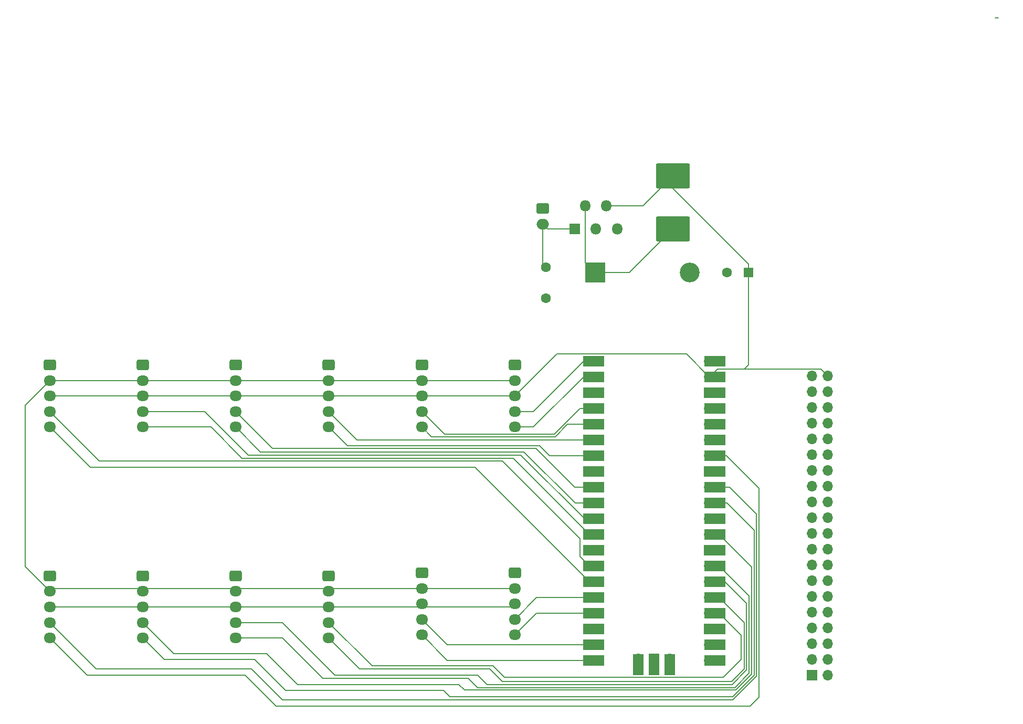
<source format=gbr>
%TF.GenerationSoftware,KiCad,Pcbnew,8.0.8-8.0.8-0~ubuntu24.04.1*%
%TF.CreationDate,2025-05-21T16:34:38-05:00*%
%TF.ProjectId,wasabi,77617361-6269-42e6-9b69-6361645f7063,rev?*%
%TF.SameCoordinates,Original*%
%TF.FileFunction,Copper,L1,Top*%
%TF.FilePolarity,Positive*%
%FSLAX46Y46*%
G04 Gerber Fmt 4.6, Leading zero omitted, Abs format (unit mm)*
G04 Created by KiCad (PCBNEW 8.0.8-8.0.8-0~ubuntu24.04.1) date 2025-05-21 16:34:38*
%MOMM*%
%LPD*%
G01*
G04 APERTURE LIST*
G04 Aperture macros list*
%AMRoundRect*
0 Rectangle with rounded corners*
0 $1 Rounding radius*
0 $2 $3 $4 $5 $6 $7 $8 $9 X,Y pos of 4 corners*
0 Add a 4 corners polygon primitive as box body*
4,1,4,$2,$3,$4,$5,$6,$7,$8,$9,$2,$3,0*
0 Add four circle primitives for the rounded corners*
1,1,$1+$1,$2,$3*
1,1,$1+$1,$4,$5*
1,1,$1+$1,$6,$7*
1,1,$1+$1,$8,$9*
0 Add four rect primitives between the rounded corners*
20,1,$1+$1,$2,$3,$4,$5,0*
20,1,$1+$1,$4,$5,$6,$7,0*
20,1,$1+$1,$6,$7,$8,$9,0*
20,1,$1+$1,$8,$9,$2,$3,0*%
G04 Aperture macros list end*
%TA.AperFunction,ComponentPad*%
%ADD10R,1.700000X1.700000*%
%TD*%
%TA.AperFunction,ComponentPad*%
%ADD11O,1.700000X1.700000*%
%TD*%
%TA.AperFunction,ComponentPad*%
%ADD12RoundRect,0.250000X-0.725000X0.600000X-0.725000X-0.600000X0.725000X-0.600000X0.725000X0.600000X0*%
%TD*%
%TA.AperFunction,ComponentPad*%
%ADD13O,1.950000X1.700000*%
%TD*%
%TA.AperFunction,SMDPad,CuDef*%
%ADD14R,3.500000X1.700000*%
%TD*%
%TA.AperFunction,SMDPad,CuDef*%
%ADD15R,1.700000X3.500000*%
%TD*%
%TA.AperFunction,ComponentPad*%
%ADD16R,1.600000X1.600000*%
%TD*%
%TA.AperFunction,ComponentPad*%
%ADD17C,1.600000*%
%TD*%
%TA.AperFunction,ComponentPad*%
%ADD18R,1.800000X1.800000*%
%TD*%
%TA.AperFunction,ComponentPad*%
%ADD19O,1.800000X1.800000*%
%TD*%
%TA.AperFunction,SMDPad,CuDef*%
%ADD20RoundRect,0.250000X2.500000X-1.750000X2.500000X1.750000X-2.500000X1.750000X-2.500000X-1.750000X0*%
%TD*%
%TA.AperFunction,ComponentPad*%
%ADD21R,3.200000X3.200000*%
%TD*%
%TA.AperFunction,ComponentPad*%
%ADD22O,3.200000X3.200000*%
%TD*%
%TA.AperFunction,ComponentPad*%
%ADD23RoundRect,0.250000X-0.750000X0.600000X-0.750000X-0.600000X0.750000X-0.600000X0.750000X0.600000X0*%
%TD*%
%TA.AperFunction,ComponentPad*%
%ADD24O,2.000000X1.700000*%
%TD*%
%TA.AperFunction,Conductor*%
%ADD25C,0.200000*%
%TD*%
G04 APERTURE END LIST*
D10*
%TO.P,J2,1,3.3V*%
%TO.N,unconnected-(J2-3.3V-Pad1)*%
X212960000Y-139500000D03*
D11*
%TO.P,J2,2,5V*%
%TO.N,unconnected-(J2-5V-Pad2)*%
X215500000Y-139500000D03*
%TO.P,J2,3,GPIO2*%
%TO.N,unconnected-(J2-GPIO2-Pad3)*%
X212960000Y-136960000D03*
%TO.P,J2,4,5V*%
%TO.N,+5V*%
X215500000Y-136960000D03*
%TO.P,J2,5,GPIO3*%
%TO.N,unconnected-(J2-GPIO3-Pad5)*%
X212960000Y-134420000D03*
%TO.P,J2,6,GND*%
%TO.N,GND*%
X215500000Y-134420000D03*
%TO.P,J2,7,GPIO4*%
%TO.N,unconnected-(J2-GPIO4-Pad7)*%
X212960000Y-131880000D03*
%TO.P,J2,8,GPIO14*%
%TO.N,Net-(J2-GPIO14)*%
X215500000Y-131880000D03*
%TO.P,J2,9,GND*%
%TO.N,unconnected-(J2-GND-Pad9)*%
X212960000Y-129340000D03*
%TO.P,J2,10,GPIO15*%
%TO.N,Net-(J2-GPIO15)*%
X215500000Y-129340000D03*
%TO.P,J2,11,GPIO17*%
%TO.N,unconnected-(J2-GPIO17-Pad11)*%
X212960000Y-126800000D03*
%TO.P,J2,12,GPIO18*%
%TO.N,unconnected-(J2-GPIO18-Pad12)*%
X215500000Y-126800000D03*
%TO.P,J2,13,GPIO27*%
%TO.N,unconnected-(J2-GPIO27-Pad13)*%
X212960000Y-124260000D03*
%TO.P,J2,14,GND*%
%TO.N,unconnected-(J2-GND-Pad14)*%
X215500000Y-124260000D03*
%TO.P,J2,15,GPIO22*%
%TO.N,unconnected-(J2-GPIO22-Pad15)*%
X212960000Y-121720000D03*
%TO.P,J2,16,GPIO23*%
%TO.N,unconnected-(J2-GPIO23-Pad16)*%
X215500000Y-121720000D03*
%TO.P,J2,17,3.3V*%
%TO.N,unconnected-(J2-3.3V-Pad17)*%
X212960000Y-119180000D03*
%TO.P,J2,18,GPIO24*%
%TO.N,unconnected-(J2-GPIO24-Pad18)*%
X215500000Y-119180000D03*
%TO.P,J2,19,GPIO10*%
%TO.N,unconnected-(J2-GPIO10-Pad19)*%
X212960000Y-116640000D03*
%TO.P,J2,20,GND*%
%TO.N,unconnected-(J2-GND-Pad20)*%
X215500000Y-116640000D03*
%TO.P,J2,21,GPIO9*%
%TO.N,unconnected-(J2-GPIO9-Pad21)*%
X212960000Y-114100000D03*
%TO.P,J2,22,GPIO25*%
%TO.N,unconnected-(J2-GPIO25-Pad22)*%
X215500000Y-114100000D03*
%TO.P,J2,23,GPIO11*%
%TO.N,unconnected-(J2-GPIO11-Pad23)*%
X212960000Y-111560000D03*
%TO.P,J2,24,GPIO8*%
%TO.N,unconnected-(J2-GPIO8-Pad24)*%
X215500000Y-111560000D03*
%TO.P,J2,25,GND*%
%TO.N,unconnected-(J2-GND-Pad25)*%
X212960000Y-109020000D03*
%TO.P,J2,26,GPIO7*%
%TO.N,unconnected-(J2-GPIO7-Pad26)*%
X215500000Y-109020000D03*
%TO.P,J2,27,ID_SD*%
%TO.N,unconnected-(J2-ID_SD-Pad27)*%
X212960000Y-106480000D03*
%TO.P,J2,28,ID_SC*%
%TO.N,unconnected-(J2-ID_SC-Pad28)*%
X215500000Y-106480000D03*
%TO.P,J2,29,GPIO5*%
%TO.N,unconnected-(J2-GPIO5-Pad29)*%
X212960000Y-103940000D03*
%TO.P,J2,30,GND*%
%TO.N,unconnected-(J2-GND-Pad30)*%
X215500000Y-103940000D03*
%TO.P,J2,31,GPIO6*%
%TO.N,unconnected-(J2-GPIO6-Pad31)*%
X212960000Y-101400000D03*
%TO.P,J2,32,GPIO12*%
%TO.N,unconnected-(J2-GPIO12-Pad32)*%
X215500000Y-101400000D03*
%TO.P,J2,33,GPIO13*%
%TO.N,unconnected-(J2-GPIO13-Pad33)*%
X212960000Y-98860000D03*
%TO.P,J2,34,GND*%
%TO.N,unconnected-(J2-GND-Pad34)*%
X215500000Y-98860000D03*
%TO.P,J2,35,GPIO19*%
%TO.N,unconnected-(J2-GPIO19-Pad35)*%
X212960000Y-96320000D03*
%TO.P,J2,36,GPIO16*%
%TO.N,unconnected-(J2-GPIO16-Pad36)*%
X215500000Y-96320000D03*
%TO.P,J2,37,GPIO26*%
%TO.N,unconnected-(J2-GPIO26-Pad37)*%
X212960000Y-93780000D03*
%TO.P,J2,38,GPIO20*%
%TO.N,unconnected-(J2-GPIO20-Pad38)*%
X215500000Y-93780000D03*
%TO.P,J2,39,GND*%
%TO.N,unconnected-(J2-GND-Pad39)*%
X212960000Y-91240000D03*
%TO.P,J2,40,GPIO21*%
%TO.N,unconnected-(J2-GPIO21-Pad40)*%
X215500000Y-91240000D03*
%TD*%
D12*
%TO.P,J12,1,Pin_1*%
%TO.N,GND*%
X135000000Y-123500000D03*
D13*
%TO.P,J12,2,Pin_2*%
%TO.N,+24V*%
X135000000Y-126000000D03*
%TO.P,J12,3,Pin_3*%
%TO.N,+5V*%
X135000000Y-128500000D03*
%TO.P,J12,4,Pin_4*%
%TO.N,Net-(J12-Pin_4)*%
X135000000Y-131000000D03*
%TO.P,J12,5,Pin_5*%
%TO.N,Net-(J12-Pin_5)*%
X135000000Y-133500000D03*
%TD*%
D12*
%TO.P,J5,1,Pin_1*%
%TO.N,GND*%
X135000000Y-89500000D03*
D13*
%TO.P,J5,2,Pin_2*%
%TO.N,+24V*%
X135000000Y-92000000D03*
%TO.P,J5,3,Pin_3*%
%TO.N,+5V*%
X135000000Y-94500000D03*
%TO.P,J5,4,Pin_4*%
%TO.N,Net-(J5-Pin_4)*%
X135000000Y-97000000D03*
%TO.P,J5,5,Pin_5*%
%TO.N,Net-(J5-Pin_5)*%
X135000000Y-99500000D03*
%TD*%
D11*
%TO.P,U2,1,GPIO0*%
%TO.N,Net-(J4-Pin_4)*%
X178610000Y-88870000D03*
D14*
X177710000Y-88870000D03*
D11*
%TO.P,U2,2,GPIO1*%
%TO.N,Net-(J4-Pin_5)*%
X178610000Y-91410000D03*
D14*
X177710000Y-91410000D03*
D10*
%TO.P,U2,3,GND*%
%TO.N,unconnected-(U2-GND-Pad3)*%
X178610000Y-93950000D03*
D14*
X177710000Y-93950000D03*
D11*
%TO.P,U2,4,GPIO2*%
%TO.N,Net-(J3-Pin_4)*%
X178610000Y-96490000D03*
D14*
X177710000Y-96490000D03*
D11*
%TO.P,U2,5,GPIO3*%
%TO.N,Net-(J3-Pin_5)*%
X178610000Y-99030000D03*
D14*
X177710000Y-99030000D03*
D11*
%TO.P,U2,6,GPIO4*%
%TO.N,Net-(J5-Pin_4)*%
X178610000Y-101570000D03*
D14*
X177710000Y-101570000D03*
D11*
%TO.P,U2,7,GPIO5*%
%TO.N,Net-(J5-Pin_5)*%
X178610000Y-104110000D03*
D14*
X177710000Y-104110000D03*
D10*
%TO.P,U2,8,GND*%
%TO.N,unconnected-(U2-GND-Pad8)*%
X178610000Y-106650000D03*
D14*
X177710000Y-106650000D03*
D11*
%TO.P,U2,9,GPIO6*%
%TO.N,Net-(J6-Pin_4)*%
X178610000Y-109190000D03*
D14*
X177710000Y-109190000D03*
D11*
%TO.P,U2,10,GPIO7*%
%TO.N,Net-(J6-Pin_5)*%
X178610000Y-111730000D03*
D14*
X177710000Y-111730000D03*
D11*
%TO.P,U2,11,GPIO8*%
%TO.N,Net-(J7-Pin_4)*%
X178610000Y-114270000D03*
D14*
X177710000Y-114270000D03*
D11*
%TO.P,U2,12,GPIO9*%
%TO.N,Net-(J7-Pin_5)*%
X178610000Y-116810000D03*
D14*
X177710000Y-116810000D03*
D10*
%TO.P,U2,13,GND*%
%TO.N,unconnected-(U2-GND-Pad13)*%
X178610000Y-119350000D03*
D14*
X177710000Y-119350000D03*
D11*
%TO.P,U2,14,GPIO10*%
%TO.N,Net-(J8-Pin_4)*%
X178610000Y-121890000D03*
D14*
X177710000Y-121890000D03*
D11*
%TO.P,U2,15,GPIO11*%
%TO.N,Net-(J8-Pin_5)*%
X178610000Y-124430000D03*
D14*
X177710000Y-124430000D03*
D11*
%TO.P,U2,16,GPIO12*%
%TO.N,Net-(J14-Pin_4)*%
X178610000Y-126970000D03*
D14*
X177710000Y-126970000D03*
D11*
%TO.P,U2,17,GPIO13*%
%TO.N,Net-(J14-Pin_5)*%
X178610000Y-129510000D03*
D14*
X177710000Y-129510000D03*
D10*
%TO.P,U2,18,GND*%
%TO.N,unconnected-(U2-GND-Pad18)*%
X178610000Y-132050000D03*
D14*
X177710000Y-132050000D03*
D11*
%TO.P,U2,19,GPIO14*%
%TO.N,Net-(J13-Pin_4)*%
X178610000Y-134590000D03*
D14*
X177710000Y-134590000D03*
D11*
%TO.P,U2,20,GPIO15*%
%TO.N,Net-(J13-Pin_5)*%
X178610000Y-137130000D03*
D14*
X177710000Y-137130000D03*
D11*
%TO.P,U2,21,GPIO16*%
%TO.N,Net-(J2-GPIO15)*%
X196390000Y-137130000D03*
D14*
X197290000Y-137130000D03*
D11*
%TO.P,U2,22,GPIO17*%
%TO.N,Net-(J2-GPIO14)*%
X196390000Y-134590000D03*
D14*
X197290000Y-134590000D03*
D10*
%TO.P,U2,23,GND*%
%TO.N,unconnected-(U2-GND-Pad23)*%
X196390000Y-132050000D03*
D14*
X197290000Y-132050000D03*
D11*
%TO.P,U2,24,GPIO18*%
%TO.N,Net-(J12-Pin_4)*%
X196390000Y-129510000D03*
D14*
X197290000Y-129510000D03*
D11*
%TO.P,U2,25,GPIO19*%
%TO.N,Net-(J12-Pin_5)*%
X196390000Y-126970000D03*
D14*
X197290000Y-126970000D03*
D11*
%TO.P,U2,26,GPIO20*%
%TO.N,Net-(J11-Pin_4)*%
X196390000Y-124430000D03*
D14*
X197290000Y-124430000D03*
D11*
%TO.P,U2,27,GPIO21*%
%TO.N,Net-(J11-Pin_5)*%
X196390000Y-121890000D03*
D14*
X197290000Y-121890000D03*
D10*
%TO.P,U2,28,GND*%
%TO.N,unconnected-(U2-GND-Pad28)*%
X196390000Y-119350000D03*
D14*
X197290000Y-119350000D03*
D11*
%TO.P,U2,29,GPIO22*%
%TO.N,Net-(J10-Pin_4)*%
X196390000Y-116810000D03*
D14*
X197290000Y-116810000D03*
D11*
%TO.P,U2,30,RUN*%
%TO.N,unconnected-(U2-RUN-Pad30)*%
X196390000Y-114270000D03*
D14*
X197290000Y-114270000D03*
D11*
%TO.P,U2,31,GPIO26_ADC0*%
%TO.N,Net-(J10-Pin_5)*%
X196390000Y-111730000D03*
D14*
X197290000Y-111730000D03*
D11*
%TO.P,U2,32,GPIO27_ADC1*%
%TO.N,Net-(J9-Pin_4)*%
X196390000Y-109190000D03*
D14*
X197290000Y-109190000D03*
D10*
%TO.P,U2,33,AGND*%
%TO.N,unconnected-(U2-AGND-Pad33)*%
X196390000Y-106650000D03*
D14*
X197290000Y-106650000D03*
D11*
%TO.P,U2,34,GPIO28_ADC2*%
%TO.N,Net-(J9-Pin_5)*%
X196390000Y-104110000D03*
D14*
X197290000Y-104110000D03*
D11*
%TO.P,U2,35,ADC_VREF*%
%TO.N,unconnected-(U2-ADC_VREF-Pad35)*%
X196390000Y-101570000D03*
D14*
X197290000Y-101570000D03*
D11*
%TO.P,U2,36,3V3*%
%TO.N,unconnected-(U2-3V3-Pad36)*%
X196390000Y-99030000D03*
D14*
X197290000Y-99030000D03*
D11*
%TO.P,U2,37,3V3_EN*%
%TO.N,unconnected-(U2-3V3_EN-Pad37)*%
X196390000Y-96490000D03*
D14*
X197290000Y-96490000D03*
D10*
%TO.P,U2,38,GND*%
%TO.N,GND*%
X196390000Y-93950000D03*
D14*
X197290000Y-93950000D03*
D11*
%TO.P,U2,39,VSYS*%
%TO.N,+5V*%
X196390000Y-91410000D03*
D14*
X197290000Y-91410000D03*
D11*
%TO.P,U2,40,VBUS*%
%TO.N,unconnected-(U2-VBUS-Pad40)*%
X196390000Y-88870000D03*
D14*
X197290000Y-88870000D03*
D11*
%TO.P,U2,41,SWCLK*%
%TO.N,unconnected-(U2-SWCLK-Pad41)*%
X184960000Y-136900000D03*
D15*
X184960000Y-137800000D03*
D10*
%TO.P,U2,42,GND*%
%TO.N,unconnected-(U2-GND-Pad42)*%
X187500000Y-136900000D03*
D15*
X187500000Y-137800000D03*
D11*
%TO.P,U2,43,SWDIO*%
%TO.N,unconnected-(U2-SWDIO-Pad43)*%
X190040000Y-136900000D03*
D15*
X190040000Y-137800000D03*
%TD*%
D16*
%TO.P,C2,1*%
%TO.N,+5V*%
X202700000Y-74550000D03*
D17*
%TO.P,C2,2*%
%TO.N,GND*%
X199200000Y-74550000D03*
%TD*%
D12*
%TO.P,J13,1,Pin_1*%
%TO.N,GND*%
X150000000Y-123000000D03*
D13*
%TO.P,J13,2,Pin_2*%
%TO.N,+24V*%
X150000000Y-125500000D03*
%TO.P,J13,3,Pin_3*%
%TO.N,+5V*%
X150000000Y-128000000D03*
%TO.P,J13,4,Pin_4*%
%TO.N,Net-(J13-Pin_4)*%
X150000000Y-130500000D03*
%TO.P,J13,5,Pin_5*%
%TO.N,Net-(J13-Pin_5)*%
X150000000Y-133000000D03*
%TD*%
D17*
%TO.P,C1,1*%
%TO.N,+24V*%
X170000000Y-73750000D03*
%TO.P,C1,2*%
%TO.N,GND*%
X170000000Y-78750000D03*
%TD*%
D12*
%TO.P,J3,1,Pin_1*%
%TO.N,GND*%
X150000000Y-89500000D03*
D13*
%TO.P,J3,2,Pin_2*%
%TO.N,+24V*%
X150000000Y-92000000D03*
%TO.P,J3,3,Pin_3*%
%TO.N,+5V*%
X150000000Y-94500000D03*
%TO.P,J3,4,Pin_4*%
%TO.N,Net-(J3-Pin_4)*%
X150000000Y-97000000D03*
%TO.P,J3,5,Pin_5*%
%TO.N,Net-(J3-Pin_5)*%
X150000000Y-99500000D03*
%TD*%
D12*
%TO.P,J8,1,Pin_1*%
%TO.N,GND*%
X90000000Y-89500000D03*
D13*
%TO.P,J8,2,Pin_2*%
%TO.N,+24V*%
X90000000Y-92000000D03*
%TO.P,J8,3,Pin_3*%
%TO.N,+5V*%
X90000000Y-94500000D03*
%TO.P,J8,4,Pin_4*%
%TO.N,Net-(J8-Pin_4)*%
X90000000Y-97000000D03*
%TO.P,J8,5,Pin_5*%
%TO.N,Net-(J8-Pin_5)*%
X90000000Y-99500000D03*
%TD*%
D18*
%TO.P,U1,1,VIN*%
%TO.N,+24V*%
X174700000Y-67550000D03*
D19*
%TO.P,U1,2,OUT*%
%TO.N,Net-(D1-K)*%
X176400000Y-63850000D03*
%TO.P,U1,3,GND*%
%TO.N,GND*%
X178100000Y-67550000D03*
%TO.P,U1,4,FB*%
%TO.N,+5V*%
X179800000Y-63850000D03*
%TO.P,U1,5,~{ON}/OFF*%
%TO.N,GND*%
X181500000Y-67550000D03*
%TD*%
D12*
%TO.P,J11,1,Pin_1*%
%TO.N,GND*%
X120000000Y-123500000D03*
D13*
%TO.P,J11,2,Pin_2*%
%TO.N,+24V*%
X120000000Y-126000000D03*
%TO.P,J11,3,Pin_3*%
%TO.N,+5V*%
X120000000Y-128500000D03*
%TO.P,J11,4,Pin_4*%
%TO.N,Net-(J11-Pin_4)*%
X120000000Y-131000000D03*
%TO.P,J11,5,Pin_5*%
%TO.N,Net-(J11-Pin_5)*%
X120000000Y-133500000D03*
%TD*%
D12*
%TO.P,J4,1,Pin_1*%
%TO.N,GND*%
X165000000Y-89500000D03*
D13*
%TO.P,J4,2,Pin_2*%
%TO.N,+24V*%
X165000000Y-92000000D03*
%TO.P,J4,3,Pin_3*%
%TO.N,+5V*%
X165000000Y-94500000D03*
%TO.P,J4,4,Pin_4*%
%TO.N,Net-(J4-Pin_4)*%
X165000000Y-97000000D03*
%TO.P,J4,5,Pin_5*%
%TO.N,Net-(J4-Pin_5)*%
X165000000Y-99500000D03*
%TD*%
D20*
%TO.P,L1,1,1*%
%TO.N,Net-(D1-K)*%
X190500000Y-67500000D03*
%TO.P,L1,2,2*%
%TO.N,+5V*%
X190500000Y-59000000D03*
%TD*%
D21*
%TO.P,D1,1,K*%
%TO.N,Net-(D1-K)*%
X177960000Y-74550000D03*
D22*
%TO.P,D1,2,A*%
%TO.N,GND*%
X193200000Y-74550000D03*
%TD*%
D12*
%TO.P,J6,1,Pin_1*%
%TO.N,GND*%
X120000000Y-89500000D03*
D13*
%TO.P,J6,2,Pin_2*%
%TO.N,+24V*%
X120000000Y-92000000D03*
%TO.P,J6,3,Pin_3*%
%TO.N,+5V*%
X120000000Y-94500000D03*
%TO.P,J6,4,Pin_4*%
%TO.N,Net-(J6-Pin_4)*%
X120000000Y-97000000D03*
%TO.P,J6,5,Pin_5*%
%TO.N,Net-(J6-Pin_5)*%
X120000000Y-99500000D03*
%TD*%
D12*
%TO.P,J9,1,Pin_1*%
%TO.N,GND*%
X90000000Y-123500000D03*
D13*
%TO.P,J9,2,Pin_2*%
%TO.N,+24V*%
X90000000Y-126000000D03*
%TO.P,J9,3,Pin_3*%
%TO.N,+5V*%
X90000000Y-128500000D03*
%TO.P,J9,4,Pin_4*%
%TO.N,Net-(J9-Pin_4)*%
X90000000Y-131000000D03*
%TO.P,J9,5,Pin_5*%
%TO.N,Net-(J9-Pin_5)*%
X90000000Y-133500000D03*
%TD*%
D12*
%TO.P,J10,1,Pin_1*%
%TO.N,GND*%
X105000000Y-123500000D03*
D13*
%TO.P,J10,2,Pin_2*%
%TO.N,+24V*%
X105000000Y-126000000D03*
%TO.P,J10,3,Pin_3*%
%TO.N,+5V*%
X105000000Y-128500000D03*
%TO.P,J10,4,Pin_4*%
%TO.N,Net-(J10-Pin_4)*%
X105000000Y-131000000D03*
%TO.P,J10,5,Pin_5*%
%TO.N,Net-(J10-Pin_5)*%
X105000000Y-133500000D03*
%TD*%
D23*
%TO.P,J1,1,Pin_1*%
%TO.N,GND*%
X169500000Y-64250000D03*
D24*
%TO.P,J1,2,Pin_2*%
%TO.N,+24V*%
X169500000Y-66750000D03*
%TD*%
D12*
%TO.P,J7,1,Pin_1*%
%TO.N,GND*%
X105000000Y-89500000D03*
D13*
%TO.P,J7,2,Pin_2*%
%TO.N,+24V*%
X105000000Y-92000000D03*
%TO.P,J7,3,Pin_3*%
%TO.N,+5V*%
X105000000Y-94500000D03*
%TO.P,J7,4,Pin_4*%
%TO.N,Net-(J7-Pin_4)*%
X105000000Y-97000000D03*
%TO.P,J7,5,Pin_5*%
%TO.N,Net-(J7-Pin_5)*%
X105000000Y-99500000D03*
%TD*%
D12*
%TO.P,J14,1,Pin_1*%
%TO.N,GND*%
X165000000Y-123000000D03*
D13*
%TO.P,J14,2,Pin_2*%
%TO.N,+24V*%
X165000000Y-125500000D03*
%TO.P,J14,3,Pin_3*%
%TO.N,+5V*%
X165000000Y-128000000D03*
%TO.P,J14,4,Pin_4*%
%TO.N,Net-(J14-Pin_4)*%
X165000000Y-130500000D03*
%TO.P,J14,5,Pin_5*%
%TO.N,Net-(J14-Pin_5)*%
X165000000Y-133000000D03*
%TD*%
D25*
%TO.N,+5V*%
X202700000Y-74550000D02*
X202700000Y-73200000D01*
X202700000Y-73200000D02*
X190500000Y-61000000D01*
X190500000Y-61000000D02*
X190500000Y-59000000D01*
%TO.N,*%
X242500000Y-33500000D02*
X243000000Y-33500000D01*
%TO.N,+24V*%
X169500000Y-73250000D02*
X170000000Y-73750000D01*
X90500000Y-125500000D02*
X90000000Y-126000000D01*
X90000000Y-92000000D02*
X165000000Y-92000000D01*
X170300000Y-67550000D02*
X169500000Y-66750000D01*
X165000000Y-125500000D02*
X90500000Y-125500000D01*
X90000000Y-126000000D02*
X86000000Y-122000000D01*
X86000000Y-96000000D02*
X90000000Y-92000000D01*
X174700000Y-67550000D02*
X170300000Y-67550000D01*
X169500000Y-66750000D02*
X169500000Y-73250000D01*
X86000000Y-122000000D02*
X86000000Y-96000000D01*
%TO.N,+5V*%
X171780000Y-87720000D02*
X165000000Y-94500000D01*
X196390000Y-91410000D02*
X197670000Y-90130000D01*
X202000000Y-90130000D02*
X214390000Y-90130000D01*
X192700000Y-87720000D02*
X171780000Y-87720000D01*
X90000000Y-128500000D02*
X164500000Y-128500000D01*
X196390000Y-91410000D02*
X192700000Y-87720000D01*
X165000000Y-94500000D02*
X90000000Y-94500000D01*
X185650000Y-63850000D02*
X190500000Y-59000000D01*
X164500000Y-128500000D02*
X165000000Y-128000000D01*
X179800000Y-63850000D02*
X185650000Y-63850000D01*
X197670000Y-90130000D02*
X202000000Y-90130000D01*
X202700000Y-74550000D02*
X202700000Y-89430000D01*
X214390000Y-90130000D02*
X215540000Y-91280000D01*
X202700000Y-89430000D02*
X202000000Y-90130000D01*
%TO.N,Net-(D1-K)*%
X183450000Y-74550000D02*
X190500000Y-67500000D01*
X176400000Y-63850000D02*
X176400000Y-72990000D01*
X177960000Y-74550000D02*
X183450000Y-74550000D01*
X176400000Y-72990000D02*
X177960000Y-74550000D01*
%TO.N,Net-(J14-Pin_5)*%
X168490000Y-129510000D02*
X178610000Y-129510000D01*
X165000000Y-133000000D02*
X168490000Y-129510000D01*
%TO.N,Net-(J14-Pin_4)*%
X168530000Y-126970000D02*
X165000000Y-130500000D01*
X178610000Y-126970000D02*
X168530000Y-126970000D01*
%TO.N,Net-(J12-Pin_5)*%
X163000000Y-140500000D02*
X161000000Y-138500000D01*
X140000000Y-138500000D02*
X135000000Y-133500000D01*
X202000000Y-138500000D02*
X200000000Y-140500000D01*
X200000000Y-140500000D02*
X163000000Y-140500000D01*
X202000000Y-131020000D02*
X202000000Y-138500000D01*
X197950000Y-126970000D02*
X202000000Y-131020000D01*
X161000000Y-138500000D02*
X140000000Y-138500000D01*
X196390000Y-126970000D02*
X197950000Y-126970000D01*
%TO.N,Net-(J11-Pin_5)*%
X202800000Y-126740000D02*
X202800000Y-139200000D01*
X197950000Y-121890000D02*
X202800000Y-126740000D01*
X202800000Y-139200000D02*
X200500000Y-141500000D01*
X127500000Y-133500000D02*
X120000000Y-133500000D01*
X134000000Y-140000000D02*
X127500000Y-133500000D01*
X157500000Y-140000000D02*
X134000000Y-140000000D01*
X196390000Y-121890000D02*
X197950000Y-121890000D01*
X200500000Y-141500000D02*
X159000000Y-141500000D01*
X159000000Y-141500000D02*
X157500000Y-140000000D01*
%TO.N,Net-(J10-Pin_4)*%
X156900000Y-141900000D02*
X200665686Y-141900000D01*
X105000000Y-131000000D02*
X110000000Y-136000000D01*
X197950000Y-116810000D02*
X196390000Y-116810000D01*
X203200000Y-139365686D02*
X203200000Y-122060000D01*
X156000000Y-141000000D02*
X156900000Y-141900000D01*
X203200000Y-122060000D02*
X197950000Y-116810000D01*
X110000000Y-136000000D02*
X125000000Y-136000000D01*
X130000000Y-141000000D02*
X156000000Y-141000000D01*
X125000000Y-136000000D02*
X130000000Y-141000000D01*
X200665686Y-141900000D02*
X203200000Y-139365686D01*
%TO.N,Net-(J12-Pin_4)*%
X201500000Y-137000000D02*
X201500000Y-133060000D01*
X198650000Y-139850000D02*
X201500000Y-137000000D01*
X197950000Y-129510000D02*
X196390000Y-129510000D01*
X135000000Y-131000000D02*
X142000000Y-138000000D01*
X142000000Y-138000000D02*
X161500000Y-138000000D01*
X201500000Y-133060000D02*
X197950000Y-129510000D01*
X163350000Y-139850000D02*
X198650000Y-139850000D01*
X161500000Y-138000000D02*
X163350000Y-139850000D01*
%TO.N,Net-(J13-Pin_4)*%
X150000000Y-130500000D02*
X154090000Y-134590000D01*
X154090000Y-134590000D02*
X178610000Y-134590000D01*
%TO.N,Net-(J10-Pin_5)*%
X153500000Y-142000000D02*
X154500000Y-143000000D01*
X105000000Y-133500000D02*
X108500000Y-137000000D01*
X200131372Y-143000000D02*
X203600000Y-139531372D01*
X123000000Y-137000000D02*
X128000000Y-142000000D01*
X108500000Y-137000000D02*
X123000000Y-137000000D01*
X154500000Y-143000000D02*
X200131372Y-143000000D01*
X203600000Y-139531372D02*
X203600000Y-116100000D01*
X203600000Y-116100000D02*
X199230000Y-111730000D01*
X128000000Y-142000000D02*
X153500000Y-142000000D01*
X199230000Y-111730000D02*
X196390000Y-111730000D01*
%TO.N,Net-(J13-Pin_5)*%
X150000000Y-133000000D02*
X154130000Y-137130000D01*
X154130000Y-137130000D02*
X178610000Y-137130000D01*
%TO.N,Net-(J11-Pin_4)*%
X160500000Y-141000000D02*
X200065686Y-141000000D01*
X136000000Y-139500000D02*
X159000000Y-139500000D01*
X159000000Y-139500000D02*
X160500000Y-141000000D01*
X120000000Y-131000000D02*
X127500000Y-131000000D01*
X202400000Y-138665686D02*
X202400000Y-127900000D01*
X200065686Y-141000000D02*
X202400000Y-138665686D01*
X202400000Y-127900000D02*
X198930000Y-124430000D01*
X198930000Y-124430000D02*
X196390000Y-124430000D01*
X127500000Y-131000000D02*
X136000000Y-139500000D01*
%TO.N,Net-(J3-Pin_5)*%
X173535686Y-99030000D02*
X178610000Y-99030000D01*
X151550000Y-101050000D02*
X171515686Y-101050000D01*
X150000000Y-99500000D02*
X151550000Y-101050000D01*
X171515686Y-101050000D02*
X173535686Y-99030000D01*
%TO.N,Net-(J3-Pin_4)*%
X153650000Y-100650000D02*
X171350000Y-100650000D01*
X175510000Y-96490000D02*
X178610000Y-96490000D01*
X150000000Y-97000000D02*
X153650000Y-100650000D01*
X171350000Y-100650000D02*
X175510000Y-96490000D01*
%TO.N,Net-(J4-Pin_4)*%
X176130000Y-88870000D02*
X168000000Y-97000000D01*
X168000000Y-97000000D02*
X165000000Y-97000000D01*
X178610000Y-88870000D02*
X176130000Y-88870000D01*
%TO.N,Net-(J4-Pin_5)*%
X165000000Y-99500000D02*
X168000000Y-99500000D01*
X176090000Y-91410000D02*
X178610000Y-91410000D01*
X168000000Y-99500000D02*
X176090000Y-91410000D01*
%TO.N,Net-(J5-Pin_5)*%
X170610000Y-104110000D02*
X178610000Y-104110000D01*
X169000000Y-102500000D02*
X170610000Y-104110000D01*
X135000000Y-99500000D02*
X138000000Y-102500000D01*
X138000000Y-102500000D02*
X169000000Y-102500000D01*
%TO.N,Net-(J5-Pin_4)*%
X139570000Y-101570000D02*
X178610000Y-101570000D01*
X135000000Y-97000000D02*
X139570000Y-101570000D01*
%TO.N,Net-(J6-Pin_4)*%
X125900000Y-102900000D02*
X120000000Y-97000000D01*
X168400000Y-102900000D02*
X125900000Y-102900000D01*
X178610000Y-109190000D02*
X174690000Y-109190000D01*
X174690000Y-109190000D02*
X168400000Y-102900000D01*
%TO.N,Net-(J6-Pin_5)*%
X120000000Y-99500000D02*
X124000000Y-103500000D01*
X124000000Y-103500000D02*
X166500000Y-103500000D01*
X174730000Y-111730000D02*
X178610000Y-111730000D01*
X166500000Y-103500000D02*
X174730000Y-111730000D01*
%TO.N,Net-(J7-Pin_4)*%
X115000000Y-97000000D02*
X122000000Y-104000000D01*
X105000000Y-97000000D02*
X115000000Y-97000000D01*
X122000000Y-104000000D02*
X166000000Y-104000000D01*
X166000000Y-104000000D02*
X176270000Y-114270000D01*
X176270000Y-114270000D02*
X178610000Y-114270000D01*
%TO.N,Net-(J7-Pin_5)*%
X121000000Y-104500000D02*
X164740000Y-104500000D01*
X177050000Y-116810000D02*
X178610000Y-116810000D01*
X116000000Y-99500000D02*
X121000000Y-104500000D01*
X164740000Y-104500000D02*
X177050000Y-116810000D01*
X105000000Y-99500000D02*
X116000000Y-99500000D01*
%TO.N,Net-(J8-Pin_4)*%
X163000000Y-105000000D02*
X175500000Y-117500000D01*
X175500000Y-120340000D02*
X177050000Y-121890000D01*
X175500000Y-117500000D02*
X175500000Y-120340000D01*
X177050000Y-121890000D02*
X178610000Y-121890000D01*
X90000000Y-97000000D02*
X98000000Y-105000000D01*
X98000000Y-105000000D02*
X163000000Y-105000000D01*
%TO.N,Net-(J8-Pin_5)*%
X90000000Y-99500000D02*
X96500000Y-106000000D01*
X158620000Y-106000000D02*
X177050000Y-124430000D01*
X96500000Y-106000000D02*
X158620000Y-106000000D01*
X177050000Y-124430000D02*
X178610000Y-124430000D01*
%TO.N,Net-(J9-Pin_4)*%
X199690000Y-109190000D02*
X196390000Y-109190000D01*
X204000000Y-113500000D02*
X199690000Y-109190000D01*
X204000000Y-139697058D02*
X204000000Y-113500000D01*
X127500000Y-143500000D02*
X200197058Y-143500000D01*
X97500000Y-138500000D02*
X122500000Y-138500000D01*
X200197058Y-143500000D02*
X204000000Y-139697058D01*
X122500000Y-138500000D02*
X127500000Y-143500000D01*
X90000000Y-131000000D02*
X97500000Y-138500000D01*
%TO.N,Net-(J9-Pin_5)*%
X121500000Y-139500000D02*
X126500000Y-144500000D01*
X90000000Y-133500000D02*
X96000000Y-139500000D01*
X126500000Y-144500000D02*
X203000000Y-144500000D01*
X96000000Y-139500000D02*
X121500000Y-139500000D01*
X204400000Y-109400000D02*
X199110000Y-104110000D01*
X204400000Y-143100000D02*
X204400000Y-109400000D01*
X203000000Y-144500000D02*
X204400000Y-143100000D01*
X199110000Y-104110000D02*
X196390000Y-104110000D01*
%TD*%
M02*

</source>
